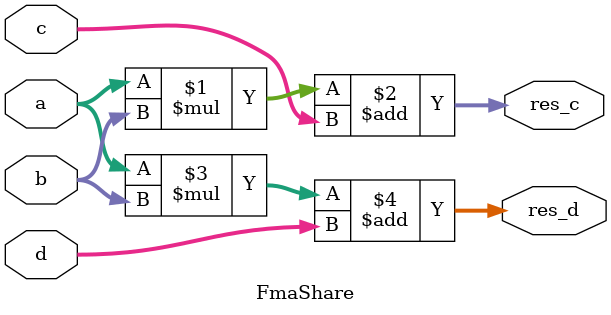
<source format=sv>

module FmaShare #(
    BW = 8
)
(
    input logic [BW-1:0] a,
    input logic [BW-1:0] b,
    input logic [BW-1:0] c,
    input logic [BW-1:0] d,
    output logic [2*BW-1:0] res_c,
    output logic [2*BW-1:0] res_d
);

assign res_c = a*b + c;
assign res_d = a*b + d;

endmodule
</source>
